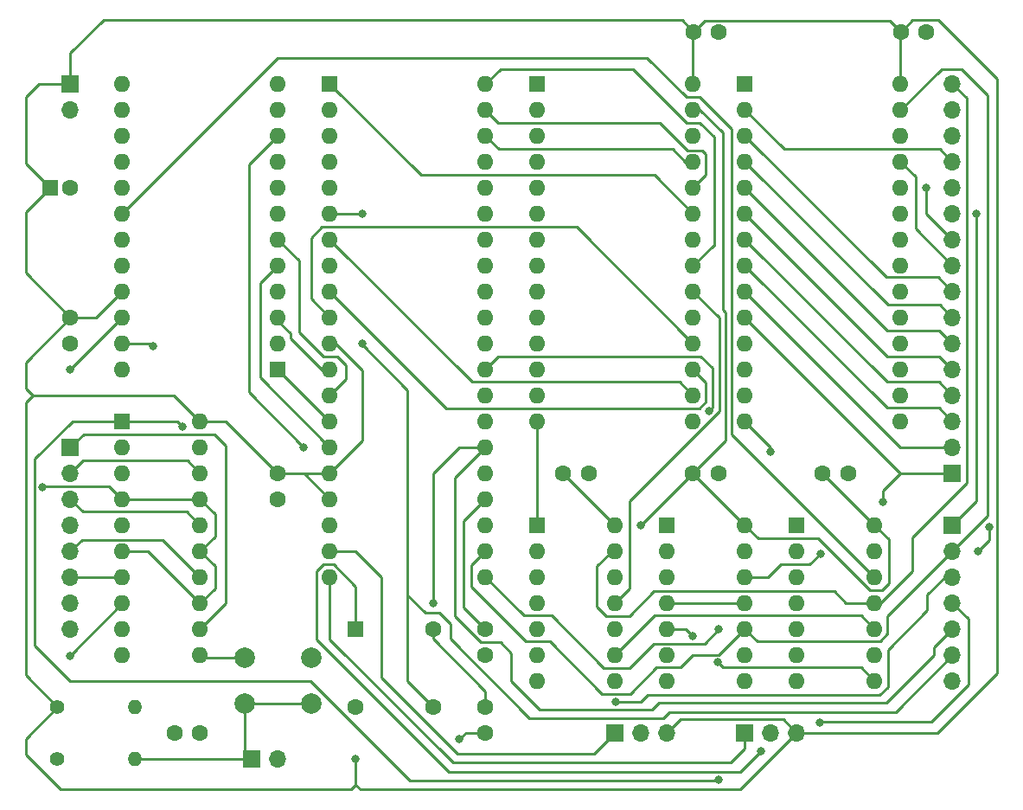
<source format=gbr>
%TF.GenerationSoftware,KiCad,Pcbnew,7.0.10*%
%TF.CreationDate,2024-12-14T08:00:09+00:00*%
%TF.ProjectId,z80_min_sbc_pcb,7a38305f-6d69-46e5-9f73-62635f706362,rev?*%
%TF.SameCoordinates,Original*%
%TF.FileFunction,Copper,L1,Top*%
%TF.FilePolarity,Positive*%
%FSLAX46Y46*%
G04 Gerber Fmt 4.6, Leading zero omitted, Abs format (unit mm)*
G04 Created by KiCad (PCBNEW 7.0.10) date 2024-12-14 08:00:09*
%MOMM*%
%LPD*%
G01*
G04 APERTURE LIST*
%TA.AperFunction,ComponentPad*%
%ADD10C,1.600000*%
%TD*%
%TA.AperFunction,ComponentPad*%
%ADD11C,1.400000*%
%TD*%
%TA.AperFunction,ComponentPad*%
%ADD12O,1.400000X1.400000*%
%TD*%
%TA.AperFunction,ComponentPad*%
%ADD13R,1.700000X1.700000*%
%TD*%
%TA.AperFunction,ComponentPad*%
%ADD14O,1.700000X1.700000*%
%TD*%
%TA.AperFunction,ComponentPad*%
%ADD15R,1.600000X1.600000*%
%TD*%
%TA.AperFunction,ComponentPad*%
%ADD16C,2.000000*%
%TD*%
%TA.AperFunction,ComponentPad*%
%ADD17O,1.600000X1.600000*%
%TD*%
%TA.AperFunction,ViaPad*%
%ADD18C,0.800000*%
%TD*%
%TA.AperFunction,Conductor*%
%ADD19C,0.250000*%
%TD*%
G04 APERTURE END LIST*
D10*
%TO.P,C7,1*%
%TO.N,VCC*%
X172720000Y-99060000D03*
%TO.P,C7,2*%
%TO.N,GND*%
X175220000Y-99060000D03*
%TD*%
D11*
%TO.P,R1,1*%
%TO.N,/~{RESET}*%
X110490000Y-127000000D03*
D12*
%TO.P,R1,2*%
%TO.N,Net-(J5-Pin_1)*%
X118110000Y-127000000D03*
%TD*%
D10*
%TO.P,C10,1*%
%TO.N,VCC*%
X152400000Y-121960000D03*
%TO.P,C10,2*%
%TO.N,GND*%
X152400000Y-124460000D03*
%TD*%
D13*
%TO.P,J4,1,Pin_1*%
%TO.N,VCC*%
X111760000Y-60960000D03*
D14*
%TO.P,J4,2,Pin_2*%
%TO.N,GND*%
X111760000Y-63500000D03*
%TD*%
D15*
%TO.P,U8,1,Tri-State*%
%TO.N,/~{CLKINH}*%
X139700000Y-114300000D03*
D10*
%TO.P,U8,4,GND*%
%TO.N,GND*%
X139700000Y-121920000D03*
%TO.P,U8,5,OUT*%
%TO.N,/~{CLK}*%
X147320000Y-121920000D03*
%TO.P,U8,8,VDD*%
%TO.N,VCC*%
X147320000Y-114300000D03*
%TD*%
D13*
%TO.P,J5,1,Pin_1*%
%TO.N,Net-(J5-Pin_1)*%
X129540000Y-127000000D03*
D14*
%TO.P,J5,2,Pin_2*%
%TO.N,GND*%
X132080000Y-127000000D03*
%TD*%
D13*
%TO.P,J2,1,Pin_1*%
%TO.N,/D0*%
X111760000Y-96520000D03*
D14*
%TO.P,J2,2,Pin_2*%
%TO.N,/D1*%
X111760000Y-99060000D03*
%TO.P,J2,3,Pin_3*%
%TO.N,/D2*%
X111760000Y-101600000D03*
%TO.P,J2,4,Pin_4*%
%TO.N,/D3*%
X111760000Y-104140000D03*
%TO.P,J2,5,Pin_5*%
%TO.N,/D4*%
X111760000Y-106680000D03*
%TO.P,J2,6,Pin_6*%
%TO.N,/D5*%
X111760000Y-109220000D03*
%TO.P,J2,7,Pin_7*%
%TO.N,/D6*%
X111760000Y-111760000D03*
%TO.P,J2,8,Pin_8*%
%TO.N,/D7*%
X111760000Y-114300000D03*
%TD*%
D10*
%TO.P,C5,1*%
%TO.N,VCC*%
X160020000Y-99060000D03*
%TO.P,C5,2*%
%TO.N,GND*%
X162520000Y-99060000D03*
%TD*%
%TO.P,C9,1*%
%TO.N,VCC*%
X193080000Y-55880000D03*
%TO.P,C9,2*%
%TO.N,GND*%
X195580000Y-55880000D03*
%TD*%
D16*
%TO.P,SW1,1,1*%
%TO.N,GND*%
X128830000Y-117130000D03*
X135330000Y-117130000D03*
%TO.P,SW1,2,2*%
%TO.N,Net-(J5-Pin_1)*%
X128830000Y-121630000D03*
X135330000Y-121630000D03*
%TD*%
D15*
%TO.P,U5,1,A11*%
%TO.N,/A11*%
X137160000Y-60960000D03*
D17*
%TO.P,U5,2,A12*%
%TO.N,/A12*%
X137160000Y-63500000D03*
%TO.P,U5,3,A13*%
%TO.N,/A13*%
X137160000Y-66040000D03*
%TO.P,U5,4,A14*%
%TO.N,/A14*%
X137160000Y-68580000D03*
%TO.P,U5,5,A15*%
%TO.N,/A15*%
X137160000Y-71120000D03*
%TO.P,U5,6,~{CLK}*%
%TO.N,/~{CLK}*%
X137160000Y-73660000D03*
%TO.P,U5,7,D4*%
%TO.N,/D4*%
X137160000Y-76200000D03*
%TO.P,U5,8,D3*%
%TO.N,/D3*%
X137160000Y-78740000D03*
%TO.P,U5,9,D5*%
%TO.N,/D5*%
X137160000Y-81280000D03*
%TO.P,U5,10,D6*%
%TO.N,/D6*%
X137160000Y-83820000D03*
%TO.P,U5,11,VCC*%
%TO.N,VCC*%
X137160000Y-86360000D03*
%TO.P,U5,12,D2*%
%TO.N,/D2*%
X137160000Y-88900000D03*
%TO.P,U5,13,D7*%
%TO.N,/D7*%
X137160000Y-91440000D03*
%TO.P,U5,14,D0*%
%TO.N,/D0*%
X137160000Y-93980000D03*
%TO.P,U5,15,D1*%
%TO.N,/D1*%
X137160000Y-96520000D03*
%TO.P,U5,16,~{INT}*%
%TO.N,VCC*%
X137160000Y-99060000D03*
%TO.P,U5,17,~{NMI}*%
X137160000Y-101600000D03*
%TO.P,U5,18,~{HALT}*%
%TO.N,unconnected-(U5-~{HALT}-Pad18)*%
X137160000Y-104140000D03*
%TO.P,U5,19,~{MREQ}*%
%TO.N,/~{MREQ}*%
X137160000Y-106680000D03*
%TO.P,U5,20,~{IORQ}*%
%TO.N,/~{IORQ}*%
X137160000Y-109220000D03*
%TO.P,U5,21,~{RD}*%
%TO.N,/~{RD}*%
X152400000Y-109220000D03*
%TO.P,U5,22,~{WR}*%
%TO.N,/~{WR}*%
X152400000Y-106680000D03*
%TO.P,U5,23,~{BUSACK}*%
%TO.N,unconnected-(U5-~{BUSACK}-Pad23)*%
X152400000Y-104140000D03*
%TO.P,U5,24,~{WAIT}*%
%TO.N,VCC*%
X152400000Y-101600000D03*
%TO.P,U5,25,~{BUSRQ}*%
X152400000Y-99060000D03*
%TO.P,U5,26,~{RESET}*%
%TO.N,/~{RESET}*%
X152400000Y-96520000D03*
%TO.P,U5,27,~{M1}*%
%TO.N,unconnected-(U5-~{M1}-Pad27)*%
X152400000Y-93980000D03*
%TO.P,U5,28,~{RFSH}*%
%TO.N,unconnected-(U5-~{RFSH}-Pad28)*%
X152400000Y-91440000D03*
%TO.P,U5,29,GND*%
%TO.N,GND*%
X152400000Y-88900000D03*
%TO.P,U5,30,A0*%
%TO.N,/A0*%
X152400000Y-86360000D03*
%TO.P,U5,31,A1*%
%TO.N,/A1*%
X152400000Y-83820000D03*
%TO.P,U5,32,A2*%
%TO.N,/A2*%
X152400000Y-81280000D03*
%TO.P,U5,33,A3*%
%TO.N,/A3*%
X152400000Y-78740000D03*
%TO.P,U5,34,A4*%
%TO.N,/A4*%
X152400000Y-76200000D03*
%TO.P,U5,35,A5*%
%TO.N,/A5*%
X152400000Y-73660000D03*
%TO.P,U5,36,A6*%
%TO.N,/A6*%
X152400000Y-71120000D03*
%TO.P,U5,37,A7*%
%TO.N,/A7*%
X152400000Y-68580000D03*
%TO.P,U5,38,A8*%
%TO.N,/A8*%
X152400000Y-66040000D03*
%TO.P,U5,39,A9*%
%TO.N,/A9*%
X152400000Y-63500000D03*
%TO.P,U5,40,A10*%
%TO.N,/A10*%
X152400000Y-60960000D03*
%TD*%
D15*
%TO.P,C3,1*%
%TO.N,VCC*%
X109760000Y-71120000D03*
D10*
%TO.P,C3,2*%
%TO.N,GND*%
X111760000Y-71120000D03*
%TD*%
D15*
%TO.P,U1,1,OEa*%
%TO.N,/~{RD_PORT_0}*%
X116840000Y-93980000D03*
D17*
%TO.P,U1,2,I0a*%
%TO.N,/P0D1*%
X116840000Y-96520000D03*
%TO.P,U1,3,O3b*%
%TO.N,/D3*%
X116840000Y-99060000D03*
%TO.P,U1,4,I1a*%
%TO.N,GND*%
X116840000Y-101600000D03*
%TO.P,U1,5,O2b*%
%TO.N,/D6*%
X116840000Y-104140000D03*
%TO.P,U1,6,I2a*%
%TO.N,GND*%
X116840000Y-106680000D03*
%TO.P,U1,7,O1b*%
%TO.N,/D5*%
X116840000Y-109220000D03*
%TO.P,U1,8,I3a*%
%TO.N,/P0D0*%
X116840000Y-111760000D03*
%TO.P,U1,9,O0b*%
%TO.N,/D7*%
X116840000Y-114300000D03*
%TO.P,U1,10,GND*%
%TO.N,GND*%
X116840000Y-116840000D03*
%TO.P,U1,11,I0b*%
X124460000Y-116840000D03*
%TO.P,U1,12,O3a*%
%TO.N,/D0*%
X124460000Y-114300000D03*
%TO.P,U1,13,I1b*%
%TO.N,GND*%
X124460000Y-111760000D03*
%TO.P,U1,14,O2a*%
%TO.N,/D4*%
X124460000Y-109220000D03*
%TO.P,U1,15,I2b*%
%TO.N,GND*%
X124460000Y-106680000D03*
%TO.P,U1,16,O1a*%
%TO.N,/D2*%
X124460000Y-104140000D03*
%TO.P,U1,17,I3b*%
%TO.N,GND*%
X124460000Y-101600000D03*
%TO.P,U1,18,O0a*%
%TO.N,/D1*%
X124460000Y-99060000D03*
%TO.P,U1,19,OEb*%
%TO.N,/~{RD_PORT_0}*%
X124460000Y-96520000D03*
%TO.P,U1,20,VCC*%
%TO.N,VCC*%
X124460000Y-93980000D03*
%TD*%
D11*
%TO.P,R2,1*%
%TO.N,VCC*%
X110490000Y-121920000D03*
D12*
%TO.P,R2,2*%
%TO.N,/~{RESET}*%
X118110000Y-121920000D03*
%TD*%
D10*
%TO.P,C2,1*%
%TO.N,VCC*%
X152400000Y-114340000D03*
%TO.P,C2,2*%
%TO.N,GND*%
X152400000Y-116840000D03*
%TD*%
D15*
%TO.P,U4,1*%
%TO.N,/A0*%
X170180000Y-104140000D03*
D17*
%TO.P,U4,2*%
%TO.N,Net-(U4-Pad11)*%
X170180000Y-106680000D03*
%TO.P,U4,3*%
%TO.N,/~{RD_PORT_0}*%
X170180000Y-109220000D03*
%TO.P,U4,4*%
%TO.N,Net-(U4-Pad11)*%
X170180000Y-111760000D03*
%TO.P,U4,5*%
%TO.N,Net-(U3-Pad8)*%
X170180000Y-114300000D03*
%TO.P,U4,6*%
%TO.N,/~{RD_PORT_1}*%
X170180000Y-116840000D03*
%TO.P,U4,7,GND*%
%TO.N,GND*%
X170180000Y-119380000D03*
%TO.P,U4,8*%
%TO.N,Net-(U3-Pad13)*%
X177800000Y-119380000D03*
%TO.P,U4,9*%
%TO.N,Net-(JP1-C)*%
X177800000Y-116840000D03*
%TO.P,U4,10*%
%TO.N,/~{WR}*%
X177800000Y-114300000D03*
%TO.P,U4,11*%
%TO.N,Net-(U4-Pad11)*%
X177800000Y-111760000D03*
%TO.P,U4,12*%
%TO.N,/~{RD}*%
X177800000Y-109220000D03*
%TO.P,U4,13*%
%TO.N,Net-(JP1-C)*%
X177800000Y-106680000D03*
%TO.P,U4,14,VCC*%
%TO.N,VCC*%
X177800000Y-104140000D03*
%TD*%
D15*
%TO.P,U6,1,A14*%
%TO.N,/A14*%
X157480000Y-60960000D03*
D17*
%TO.P,U6,2,A12*%
%TO.N,/A12*%
X157480000Y-63500000D03*
%TO.P,U6,3,A7*%
%TO.N,/A7*%
X157480000Y-66040000D03*
%TO.P,U6,4,A6*%
%TO.N,/A6*%
X157480000Y-68580000D03*
%TO.P,U6,5,A5*%
%TO.N,/A5*%
X157480000Y-71120000D03*
%TO.P,U6,6,A4*%
%TO.N,/A4*%
X157480000Y-73660000D03*
%TO.P,U6,7,A3*%
%TO.N,/A3*%
X157480000Y-76200000D03*
%TO.P,U6,8,A2*%
%TO.N,/A2*%
X157480000Y-78740000D03*
%TO.P,U6,9,A1*%
%TO.N,/A1*%
X157480000Y-81280000D03*
%TO.P,U6,10,A0*%
%TO.N,/A0*%
X157480000Y-83820000D03*
%TO.P,U6,11,D0*%
%TO.N,/D0*%
X157480000Y-86360000D03*
%TO.P,U6,12,D1*%
%TO.N,/D1*%
X157480000Y-88900000D03*
%TO.P,U6,13,D2*%
%TO.N,/D2*%
X157480000Y-91440000D03*
%TO.P,U6,14,GND*%
%TO.N,GND*%
X157480000Y-93980000D03*
%TO.P,U6,15,D3*%
%TO.N,/D3*%
X172720000Y-93980000D03*
%TO.P,U6,16,D4*%
%TO.N,/D4*%
X172720000Y-91440000D03*
%TO.P,U6,17,D5*%
%TO.N,/D5*%
X172720000Y-88900000D03*
%TO.P,U6,18,D6*%
%TO.N,/D6*%
X172720000Y-86360000D03*
%TO.P,U6,19,D7*%
%TO.N,/D7*%
X172720000Y-83820000D03*
%TO.P,U6,20,~{CE}*%
%TO.N,/~{ROM_CE}*%
X172720000Y-81280000D03*
%TO.P,U6,21,A10*%
%TO.N,/A10*%
X172720000Y-78740000D03*
%TO.P,U6,22,~{OE}*%
%TO.N,/~{RD}*%
X172720000Y-76200000D03*
%TO.P,U6,23,A11*%
%TO.N,/A11*%
X172720000Y-73660000D03*
%TO.P,U6,24,A9*%
%TO.N,/A9*%
X172720000Y-71120000D03*
%TO.P,U6,25,A8*%
%TO.N,/A8*%
X172720000Y-68580000D03*
%TO.P,U6,26,A13*%
%TO.N,/A13*%
X172720000Y-66040000D03*
%TO.P,U6,27,~{WE}*%
%TO.N,VCC*%
X172720000Y-63500000D03*
%TO.P,U6,28,VCC*%
X172720000Y-60960000D03*
%TD*%
D15*
%TO.P,U3,1*%
%TO.N,GND*%
X182880000Y-104135000D03*
D17*
%TO.P,U3,2*%
%TO.N,unconnected-(U3-Pad2)*%
X182880000Y-106675000D03*
%TO.P,U3,3*%
%TO.N,GND*%
X182880000Y-109215000D03*
%TO.P,U3,4*%
%TO.N,unconnected-(U3-Pad4)*%
X182880000Y-111755000D03*
%TO.P,U3,5*%
%TO.N,GND*%
X182880000Y-114295000D03*
%TO.P,U3,6*%
%TO.N,unconnected-(U3-Pad6)*%
X182880000Y-116835000D03*
%TO.P,U3,7,GND*%
%TO.N,GND*%
X182880000Y-119375000D03*
%TO.P,U3,8*%
%TO.N,Net-(U3-Pad8)*%
X190500000Y-119375000D03*
%TO.P,U3,9*%
%TO.N,/A0*%
X190500000Y-116835000D03*
%TO.P,U3,10*%
%TO.N,/~{A15}*%
X190500000Y-114295000D03*
%TO.P,U3,11*%
%TO.N,/A15*%
X190500000Y-111755000D03*
%TO.P,U3,12*%
%TO.N,/WR_PORT_1*%
X190500000Y-109215000D03*
%TO.P,U3,13*%
%TO.N,Net-(U3-Pad13)*%
X190500000Y-106675000D03*
%TO.P,U3,14,VCC*%
%TO.N,VCC*%
X190500000Y-104135000D03*
%TD*%
D15*
%TO.P,U9,1,A14*%
%TO.N,/A14*%
X177800000Y-60960000D03*
D17*
%TO.P,U9,2,A12*%
%TO.N,/A12*%
X177800000Y-63500000D03*
%TO.P,U9,3,A7*%
%TO.N,/A7*%
X177800000Y-66040000D03*
%TO.P,U9,4,A6*%
%TO.N,/A6*%
X177800000Y-68580000D03*
%TO.P,U9,5,A5*%
%TO.N,/A5*%
X177800000Y-71120000D03*
%TO.P,U9,6,A4*%
%TO.N,/A4*%
X177800000Y-73660000D03*
%TO.P,U9,7,A3*%
%TO.N,/A3*%
X177800000Y-76200000D03*
%TO.P,U9,8,A2*%
%TO.N,/A2*%
X177800000Y-78740000D03*
%TO.P,U9,9,A1*%
%TO.N,/A1*%
X177800000Y-81280000D03*
%TO.P,U9,10,A0*%
%TO.N,/A0*%
X177800000Y-83820000D03*
%TO.P,U9,11,D0*%
%TO.N,/D0*%
X177800000Y-86360000D03*
%TO.P,U9,12,D1*%
%TO.N,/D1*%
X177800000Y-88900000D03*
%TO.P,U9,13,D2*%
%TO.N,/D2*%
X177800000Y-91440000D03*
%TO.P,U9,14,VSS*%
%TO.N,GND*%
X177800000Y-93980000D03*
%TO.P,U9,15,D3*%
%TO.N,/D3*%
X193040000Y-93980000D03*
%TO.P,U9,16,D4*%
%TO.N,/D4*%
X193040000Y-91440000D03*
%TO.P,U9,17,D5*%
%TO.N,/D5*%
X193040000Y-88900000D03*
%TO.P,U9,18,D6*%
%TO.N,/D6*%
X193040000Y-86360000D03*
%TO.P,U9,19,D7*%
%TO.N,/D7*%
X193040000Y-83820000D03*
%TO.P,U9,20,~{CE}*%
%TO.N,/~{RAM_CE}*%
X193040000Y-81280000D03*
%TO.P,U9,21,A10*%
%TO.N,/A10*%
X193040000Y-78740000D03*
%TO.P,U9,22,~{OE}*%
%TO.N,/~{RD}*%
X193040000Y-76200000D03*
%TO.P,U9,23,A11*%
%TO.N,/A11*%
X193040000Y-73660000D03*
%TO.P,U9,24,A9*%
%TO.N,/A9*%
X193040000Y-71120000D03*
%TO.P,U9,25,A8*%
%TO.N,/A8*%
X193040000Y-68580000D03*
%TO.P,U9,26,A13*%
%TO.N,/A13*%
X193040000Y-66040000D03*
%TO.P,U9,27,~{WE}*%
%TO.N,/~{WR}*%
X193040000Y-63500000D03*
%TO.P,U9,28,VCC*%
%TO.N,VCC*%
X193040000Y-60960000D03*
%TD*%
D10*
%TO.P,C6,1*%
%TO.N,VCC*%
X185420000Y-99060000D03*
%TO.P,C6,2*%
%TO.N,GND*%
X187920000Y-99060000D03*
%TD*%
D13*
%TO.P,J1,1,Pin_1*%
%TO.N,/A0*%
X198120000Y-99060000D03*
D14*
%TO.P,J1,2,Pin_2*%
%TO.N,/A1*%
X198120000Y-96520000D03*
%TO.P,J1,3,Pin_3*%
%TO.N,/A2*%
X198120000Y-93980000D03*
%TO.P,J1,4,Pin_4*%
%TO.N,/A3*%
X198120000Y-91440000D03*
%TO.P,J1,5,Pin_5*%
%TO.N,/A4*%
X198120000Y-88900000D03*
%TO.P,J1,6,Pin_6*%
%TO.N,/A5*%
X198120000Y-86360000D03*
%TO.P,J1,7,Pin_7*%
%TO.N,/A6*%
X198120000Y-83820000D03*
%TO.P,J1,8,Pin_8*%
%TO.N,/A7*%
X198120000Y-81280000D03*
%TO.P,J1,9,Pin_9*%
%TO.N,/A8*%
X198120000Y-78740000D03*
%TO.P,J1,10,Pin_10*%
%TO.N,/A9*%
X198120000Y-76200000D03*
%TO.P,J1,11,Pin_11*%
%TO.N,/A10*%
X198120000Y-73660000D03*
%TO.P,J1,12,Pin_12*%
%TO.N,/A11*%
X198120000Y-71120000D03*
%TO.P,J1,13,Pin_13*%
%TO.N,/A12*%
X198120000Y-68580000D03*
%TO.P,J1,14,Pin_14*%
%TO.N,/A13*%
X198120000Y-66040000D03*
%TO.P,J1,15,Pin_15*%
%TO.N,/A14*%
X198120000Y-63500000D03*
%TO.P,J1,16,Pin_16*%
%TO.N,/A15*%
X198120000Y-60960000D03*
%TD*%
D15*
%TO.P,U2,1*%
%TO.N,GND*%
X157480000Y-104140000D03*
D17*
%TO.P,U2,2*%
X157480000Y-106680000D03*
%TO.P,U2,3*%
%TO.N,unconnected-(U2-Pad3)*%
X157480000Y-109220000D03*
%TO.P,U2,4*%
%TO.N,GND*%
X157480000Y-111760000D03*
%TO.P,U2,5*%
X157480000Y-114300000D03*
%TO.P,U2,6*%
%TO.N,unconnected-(U2-Pad6)*%
X157480000Y-116840000D03*
%TO.P,U2,7,GND*%
%TO.N,GND*%
X157480000Y-119380000D03*
%TO.P,U2,8*%
%TO.N,/~{RAM_CE}*%
X165100000Y-119380000D03*
%TO.P,U2,9*%
%TO.N,/~{A15}*%
X165100000Y-116840000D03*
%TO.P,U2,10*%
%TO.N,Net-(JP2-C)*%
X165100000Y-114300000D03*
%TO.P,U2,11*%
%TO.N,/~{ROM_CE}*%
X165100000Y-111760000D03*
%TO.P,U2,12*%
%TO.N,Net-(JP2-C)*%
X165100000Y-109220000D03*
%TO.P,U2,13*%
%TO.N,/A15*%
X165100000Y-106680000D03*
%TO.P,U2,14,VCC*%
%TO.N,VCC*%
X165100000Y-104140000D03*
%TD*%
D15*
%TO.P,U7,1,D0*%
%TO.N,/D0*%
X132080000Y-88900000D03*
D17*
%TO.P,U7,2,D4*%
%TO.N,/D4*%
X132080000Y-86360000D03*
%TO.P,U7,3,D2*%
%TO.N,/D2*%
X132080000Y-83820000D03*
%TO.P,U7,4,VIO*%
%TO.N,unconnected-(U7-VIO-Pad4)*%
X132080000Y-81280000D03*
%TO.P,U7,5,D1*%
%TO.N,/D1*%
X132080000Y-78740000D03*
%TO.P,U7,6,D7*%
%TO.N,/D7*%
X132080000Y-76200000D03*
%TO.P,U7,7,GND*%
%TO.N,unconnected-(U7-GND-Pad7)*%
X132080000Y-73660000D03*
%TO.P,U7,8,D5*%
%TO.N,/D5*%
X132080000Y-71120000D03*
%TO.P,U7,9,D6*%
%TO.N,/D6*%
X132080000Y-68580000D03*
%TO.P,U7,10,D3*%
%TO.N,/D3*%
X132080000Y-66040000D03*
%TO.P,U7,11,PWE*%
%TO.N,unconnected-(U7-PWE-Pad11)*%
X132080000Y-63500000D03*
%TO.P,U7,12,~{RD}*%
%TO.N,/~{RD_PORT_1}*%
X132080000Y-60960000D03*
%TO.P,U7,13,SLD*%
%TO.N,unconnected-(U7-SLD-Pad13)*%
X116840000Y-60960000D03*
%TO.P,U7,14,USB*%
%TO.N,unconnected-(U7-USB-Pad14)*%
X116840000Y-63500000D03*
%TO.P,U7,15,VCC*%
%TO.N,unconnected-(U7-VCC-Pad15)*%
X116840000Y-66040000D03*
%TO.P,U7,16,PU2*%
%TO.N,unconnected-(U7-PU2-Pad16)*%
X116840000Y-68580000D03*
%TO.P,U7,17,PU1*%
%TO.N,unconnected-(U7-PU1-Pad17)*%
X116840000Y-71120000D03*
%TO.P,U7,18,WR*%
%TO.N,/WR_PORT_1*%
X116840000Y-73660000D03*
%TO.P,U7,19,3V3*%
%TO.N,unconnected-(U7-3V3-Pad19)*%
X116840000Y-76200000D03*
%TO.P,U7,20,~{RESET}*%
%TO.N,unconnected-(U7-~{RESET}-Pad20)*%
X116840000Y-78740000D03*
%TO.P,U7,21,VCC*%
%TO.N,VCC*%
X116840000Y-81280000D03*
%TO.P,U7,22,~{TXE}*%
%TO.N,/P0D0*%
X116840000Y-83820000D03*
%TO.P,U7,23,~{RXF}*%
%TO.N,/P0D1*%
X116840000Y-86360000D03*
%TO.P,U7,24,GND*%
%TO.N,GND*%
X116840000Y-88900000D03*
%TD*%
D13*
%TO.P,JP2,1,A*%
%TO.N,/~{MREQ}*%
X165100000Y-124460000D03*
D14*
%TO.P,JP2,2,C*%
%TO.N,Net-(JP2-C)*%
X167640000Y-124460000D03*
%TO.P,JP2,3,B*%
%TO.N,VCC*%
X170180000Y-124460000D03*
%TD*%
D10*
%TO.P,C11,1*%
%TO.N,VCC*%
X111760000Y-83860000D03*
%TO.P,C11,2*%
%TO.N,GND*%
X111760000Y-86360000D03*
%TD*%
%TO.P,C4,1*%
%TO.N,VCC*%
X132080000Y-99100000D03*
%TO.P,C4,2*%
%TO.N,GND*%
X132080000Y-101600000D03*
%TD*%
%TO.P,C1,1*%
%TO.N,/~{RESET}*%
X121960000Y-124460000D03*
%TO.P,C1,2*%
%TO.N,GND*%
X124460000Y-124460000D03*
%TD*%
%TO.P,C8,1*%
%TO.N,VCC*%
X172760000Y-55880000D03*
%TO.P,C8,2*%
%TO.N,GND*%
X175260000Y-55880000D03*
%TD*%
D13*
%TO.P,JP1,1,A*%
%TO.N,/~{IORQ}*%
X177800000Y-124460000D03*
D14*
%TO.P,JP1,2,C*%
%TO.N,Net-(JP1-C)*%
X180340000Y-124460000D03*
%TO.P,JP1,3,B*%
%TO.N,VCC*%
X182880000Y-124460000D03*
%TD*%
D13*
%TO.P,J3,1,Pin_1*%
%TO.N,/~{RD}*%
X198120000Y-104140000D03*
D14*
%TO.P,J3,2,Pin_2*%
%TO.N,/~{WR}*%
X198120000Y-106680000D03*
%TO.P,J3,3,Pin_3*%
%TO.N,/~{MREQ}*%
X198120000Y-109220000D03*
%TO.P,J3,4,Pin_4*%
%TO.N,/~{IORQ}*%
X198120000Y-111760000D03*
%TO.P,J3,5,Pin_5*%
%TO.N,/~{RESET}*%
X198120000Y-114300000D03*
%TO.P,J3,6,Pin_6*%
%TO.N,/~{CLK}*%
X198120000Y-116840000D03*
%TO.P,J3,7,Pin_7*%
%TO.N,/~{CLKINH}*%
X198120000Y-119380000D03*
%TD*%
D18*
%TO.N,/~{RESET}*%
X147320000Y-111760000D03*
%TO.N,GND*%
X180340000Y-96950000D03*
X149860000Y-125060000D03*
X201712451Y-104357146D03*
X109005000Y-100420000D03*
X174272842Y-92992843D03*
X200660000Y-106680000D03*
%TO.N,VCC*%
X167640000Y-104140000D03*
X139700000Y-127000000D03*
%TO.N,/~{RD_PORT_0}*%
X175250000Y-129090000D03*
X122760000Y-94515000D03*
%TO.N,/P0D0*%
X111760000Y-88900000D03*
X111686497Y-116913503D03*
%TO.N,/P0D1*%
X119840000Y-86590000D03*
%TO.N,/D3*%
X134620000Y-96520000D03*
%TO.N,/~{MREQ}*%
X165150000Y-121460000D03*
%TO.N,Net-(U3-Pad8)*%
X175163479Y-117565000D03*
X172720000Y-114990000D03*
%TO.N,/A0*%
X191290000Y-101890000D03*
%TO.N,/~{IORQ}*%
X185130000Y-123420000D03*
%TO.N,/~{RD}*%
X175260000Y-114300000D03*
X185180000Y-106920000D03*
X200480000Y-73670000D03*
%TO.N,/~{CLK}*%
X140320000Y-73670000D03*
X140320000Y-86370000D03*
%TO.N,/A9*%
X195580000Y-71120000D03*
%TO.N,/~{CLKINH}*%
X179380000Y-126240000D03*
%TD*%
D19*
%TO.N,/~{CLK}*%
X140320000Y-73670000D02*
X139710000Y-73670000D01*
X139710000Y-73670000D02*
X139700000Y-73660000D01*
X144780000Y-109220000D02*
X144780000Y-90910000D01*
X144780000Y-90910000D02*
X140230000Y-86360000D01*
%TO.N,/~{RD_PORT_0}*%
X122225000Y-93980000D02*
X116840000Y-93980000D01*
X122760000Y-94515000D02*
X122225000Y-93980000D01*
%TO.N,/P0D1*%
X119610000Y-86360000D02*
X116840000Y-86360000D01*
X119840000Y-86590000D02*
X119610000Y-86360000D01*
%TO.N,/~{IORQ}*%
X185130000Y-123420000D02*
X185180000Y-123370000D01*
X185180000Y-123370000D02*
X196070000Y-123370000D01*
X196070000Y-123370000D02*
X199690000Y-119750000D01*
X199690000Y-119750000D02*
X199690000Y-113330000D01*
X199690000Y-113330000D02*
X198120000Y-111760000D01*
%TO.N,Net-(U3-Pad8)*%
X175163479Y-117565000D02*
X175658479Y-118060000D01*
X175658479Y-118060000D02*
X189185000Y-118060000D01*
X189185000Y-118060000D02*
X190500000Y-119375000D01*
X172030000Y-114300000D02*
X170180000Y-114300000D01*
X172720000Y-114990000D02*
X172030000Y-114300000D01*
%TO.N,/A0*%
X193040000Y-99060000D02*
X191290000Y-100810000D01*
X191290000Y-100810000D02*
X191290000Y-101890000D01*
%TO.N,GND*%
X180340000Y-96950000D02*
X180340000Y-96520000D01*
X180340000Y-96520000D02*
X177800000Y-93980000D01*
X109005000Y-100420000D02*
X109105000Y-100320000D01*
X109105000Y-100320000D02*
X115560000Y-100320000D01*
X115560000Y-100320000D02*
X116840000Y-101600000D01*
%TO.N,/~{RESET}*%
X191640000Y-121550000D02*
X169390000Y-121550000D01*
X149410000Y-99510000D02*
X152400000Y-96520000D01*
X196330000Y-116090000D02*
X196330000Y-116860000D01*
X147320000Y-99060000D02*
X149860000Y-96520000D01*
X151960000Y-115620000D02*
X149410000Y-113070000D01*
X168740000Y-122200000D02*
X157700000Y-122200000D01*
X169390000Y-121550000D02*
X168740000Y-122200000D01*
X157700000Y-122200000D02*
X154940000Y-119440000D01*
X149860000Y-96520000D02*
X152400000Y-96520000D01*
X196330000Y-116860000D02*
X191640000Y-121550000D01*
X149410000Y-113070000D02*
X149410000Y-99510000D01*
X198120000Y-114300000D02*
X196330000Y-116090000D01*
X154940000Y-119440000D02*
X154940000Y-116710000D01*
X147320000Y-99060000D02*
X147320000Y-111760000D01*
X154940000Y-116710000D02*
X153850000Y-115620000D01*
X198120000Y-114300000D02*
X198120000Y-114450000D01*
X153850000Y-115620000D02*
X151960000Y-115620000D01*
%TO.N,GND*%
X174590000Y-92675685D02*
X174272842Y-92992843D01*
X173430000Y-87630000D02*
X174590000Y-88790000D01*
X116840000Y-101600000D02*
X124460000Y-101600000D01*
X125920000Y-108140000D02*
X125920000Y-110300000D01*
X174590000Y-88790000D02*
X174590000Y-92675685D01*
X125920000Y-110300000D02*
X124460000Y-111760000D01*
X152400000Y-88900000D02*
X153670000Y-87630000D01*
X124750000Y-117130000D02*
X124460000Y-116840000D01*
X150460000Y-124460000D02*
X149860000Y-125060000D01*
X157480000Y-93980000D02*
X157480000Y-104140000D01*
X124460000Y-106680000D02*
X125920000Y-108140000D01*
X125900000Y-105240000D02*
X124460000Y-106680000D01*
X116840000Y-106680000D02*
X119380000Y-106680000D01*
X128830000Y-117130000D02*
X124750000Y-117130000D01*
X125900000Y-103040000D02*
X125900000Y-105240000D01*
X124460000Y-101600000D02*
X125900000Y-103040000D01*
X201712451Y-105627549D02*
X200660000Y-106680000D01*
X152400000Y-124460000D02*
X150460000Y-124460000D01*
X201712451Y-104357146D02*
X201712451Y-105627549D01*
X153670000Y-87630000D02*
X173430000Y-87630000D01*
X119380000Y-106680000D02*
X124460000Y-111760000D01*
%TO.N,VCC*%
X107370000Y-92165000D02*
X108045000Y-91490000D01*
X190495000Y-104135000D02*
X190500000Y-104135000D01*
X191180000Y-110490000D02*
X190010000Y-110490000D01*
X111760000Y-60960000D02*
X111760000Y-57970000D01*
X139700000Y-127000000D02*
X139700000Y-129540000D01*
X140370000Y-89000000D02*
X140370000Y-95850000D01*
X137120000Y-99100000D02*
X134660000Y-99100000D01*
X184960000Y-105440000D02*
X179100000Y-105440000D01*
X111760000Y-83860000D02*
X107370000Y-79470000D01*
X172760000Y-55880000D02*
X173885000Y-54755000D01*
X171630000Y-54750000D02*
X172760000Y-55880000D01*
X107370000Y-125040000D02*
X110490000Y-121920000D01*
X172720000Y-60960000D02*
X172720000Y-55920000D01*
X111760000Y-60960000D02*
X108700000Y-60960000D01*
X107370000Y-73510000D02*
X109760000Y-71120000D01*
X140160000Y-130000000D02*
X139700000Y-129540000D01*
X181580000Y-123160000D02*
X182880000Y-124460000D01*
X124460000Y-93980000D02*
X121920000Y-91440000D01*
X108095000Y-91440000D02*
X108045000Y-91490000D01*
X108700000Y-60960000D02*
X107370000Y-62290000D01*
X191880000Y-109790000D02*
X191180000Y-110490000D01*
X111760000Y-83860000D02*
X114260000Y-83860000D01*
X202500000Y-60500000D02*
X196750000Y-54750000D01*
X177340000Y-130000000D02*
X140160000Y-130000000D01*
X137730000Y-86360000D02*
X140370000Y-89000000D01*
X139240000Y-130000000D02*
X110750000Y-130000000D01*
X121920000Y-91440000D02*
X108095000Y-91440000D01*
X132080000Y-99100000D02*
X134660000Y-99100000D01*
X182880000Y-124460000D02*
X177340000Y-130000000D01*
X114260000Y-83860000D02*
X116840000Y-81280000D01*
X107370000Y-90815000D02*
X107370000Y-88250000D01*
X191880000Y-105515000D02*
X191880000Y-109790000D01*
X107370000Y-62290000D02*
X107370000Y-68730000D01*
X107370000Y-68730000D02*
X109760000Y-71120000D01*
X182880000Y-124460000D02*
X196680000Y-124460000D01*
X175663332Y-83060000D02*
X175663332Y-66060000D01*
X171480000Y-123160000D02*
X181580000Y-123160000D01*
X147300000Y-114300000D02*
X147300000Y-115280000D01*
X179100000Y-105440000D02*
X177800000Y-104140000D01*
X124460000Y-93980000D02*
X126960000Y-93980000D01*
X175650000Y-66060000D02*
X175650000Y-65760000D01*
X193040000Y-60960000D02*
X193040000Y-55920000D01*
X108045000Y-91490000D02*
X107370000Y-90815000D01*
X196680000Y-124460000D02*
X202500000Y-118640000D01*
X185420000Y-99060000D02*
X190495000Y-104135000D01*
X160020000Y-99060000D02*
X165100000Y-104140000D01*
X107370000Y-88250000D02*
X111760000Y-83860000D01*
X152400000Y-114320000D02*
X152400000Y-114340000D01*
X196750000Y-54750000D02*
X194210000Y-54750000D01*
X152400000Y-101600000D02*
X150260000Y-103740000D01*
X172720000Y-55920000D02*
X172760000Y-55880000D01*
X175650000Y-65760000D02*
X173390000Y-63500000D01*
X172720000Y-99060000D02*
X177800000Y-104140000D01*
X152400000Y-120380000D02*
X152400000Y-121960000D01*
X114980000Y-54750000D02*
X171630000Y-54750000D01*
X110490000Y-121920000D02*
X107370000Y-118800000D01*
X191955000Y-54755000D02*
X193080000Y-55880000D01*
X172720000Y-99060000D02*
X175930000Y-95850000D01*
X139700000Y-129540000D02*
X139240000Y-130000000D01*
X150260000Y-112180000D02*
X152400000Y-114320000D01*
X173885000Y-54755000D02*
X191955000Y-54755000D01*
X175930000Y-83340000D02*
X175650000Y-83060000D01*
X111760000Y-57970000D02*
X114980000Y-54750000D01*
X107370000Y-79470000D02*
X107370000Y-73510000D01*
X140370000Y-95850000D02*
X137160000Y-99060000D01*
X202500000Y-118640000D02*
X202500000Y-60500000D01*
X137160000Y-86360000D02*
X137730000Y-86360000D01*
X173390000Y-63500000D02*
X172720000Y-63500000D01*
X107370000Y-118800000D02*
X107370000Y-92165000D01*
X172720000Y-99060000D02*
X167640000Y-104140000D01*
X193040000Y-55920000D02*
X193080000Y-55880000D01*
X194210000Y-54750000D02*
X193080000Y-55880000D01*
X126960000Y-93980000D02*
X132080000Y-99100000D01*
X150260000Y-103740000D02*
X150260000Y-112180000D01*
X190500000Y-104135000D02*
X191880000Y-105515000D01*
X137160000Y-99060000D02*
X137120000Y-99100000D01*
X175930000Y-95850000D02*
X175930000Y-83340000D01*
X190010000Y-110490000D02*
X184960000Y-105440000D01*
X134660000Y-99100000D02*
X137160000Y-101600000D01*
X170180000Y-124460000D02*
X171480000Y-123160000D01*
X107370000Y-126620000D02*
X107370000Y-125040000D01*
X147300000Y-115280000D02*
X152400000Y-120380000D01*
X110750000Y-130000000D02*
X107370000Y-126620000D01*
%TO.N,Net-(J5-Pin_1)*%
X128830000Y-126290000D02*
X129540000Y-127000000D01*
X128830000Y-121630000D02*
X128830000Y-126290000D01*
X129540000Y-127000000D02*
X118110000Y-127000000D01*
X135330000Y-121630000D02*
X128830000Y-121630000D01*
%TO.N,/~{RD_PORT_0}*%
X108280000Y-115900000D02*
X108280000Y-97650000D01*
X175250000Y-129090000D02*
X175160000Y-129000000D01*
X111950000Y-93980000D02*
X116840000Y-93980000D01*
X144965000Y-129125000D02*
X135220000Y-119380000D01*
X135220000Y-119380000D02*
X111760000Y-119380000D01*
X175160000Y-129125000D02*
X144965000Y-129125000D01*
X111760000Y-119380000D02*
X108280000Y-115900000D01*
X108280000Y-97650000D02*
X111950000Y-93980000D01*
%TO.N,/P0D0*%
X111686497Y-116913503D02*
X116840000Y-111760000D01*
X116840000Y-83820000D02*
X111760000Y-88900000D01*
%TO.N,/D7*%
X137880000Y-87620000D02*
X138740000Y-88480000D01*
X138740000Y-89860000D02*
X137160000Y-91440000D01*
X136490000Y-87620000D02*
X137880000Y-87620000D01*
X138740000Y-88480000D02*
X138740000Y-89860000D01*
X134170000Y-85300000D02*
X136490000Y-87620000D01*
X132080000Y-76200000D02*
X134170000Y-78290000D01*
X134170000Y-78290000D02*
X134170000Y-85300000D01*
%TO.N,/D6*%
X136390000Y-74990000D02*
X135310000Y-76070000D01*
X172720000Y-86360000D02*
X161350000Y-74990000D01*
X135310000Y-76070000D02*
X135310000Y-81970000D01*
X135310000Y-81970000D02*
X137160000Y-83820000D01*
X161350000Y-74990000D02*
X136390000Y-74990000D01*
%TO.N,/D5*%
X173970000Y-90150000D02*
X173970000Y-92060000D01*
X111760000Y-109220000D02*
X116840000Y-109220000D01*
X173970000Y-92060000D02*
X173330000Y-92700000D01*
X173330000Y-92700000D02*
X148580000Y-92700000D01*
X148580000Y-92700000D02*
X137160000Y-81280000D01*
X172720000Y-88900000D02*
X173970000Y-90150000D01*
%TO.N,/D4*%
X120795000Y-105555000D02*
X124460000Y-109220000D01*
X111760000Y-106680000D02*
X112885000Y-105555000D01*
X151090000Y-90130000D02*
X137160000Y-76200000D01*
X172720000Y-91440000D02*
X171410000Y-90130000D01*
X112885000Y-105555000D02*
X120795000Y-105555000D01*
X171410000Y-90130000D02*
X151090000Y-90130000D01*
%TO.N,/D3*%
X134620000Y-96520000D02*
X129260000Y-91160000D01*
X129260000Y-91160000D02*
X129260000Y-68860000D01*
X129260000Y-68860000D02*
X132080000Y-66040000D01*
%TO.N,/D2*%
X132080000Y-83820000D02*
X132080000Y-84170000D01*
X133290000Y-85380000D02*
X133290000Y-85830000D01*
X133290000Y-85830000D02*
X136360000Y-88900000D01*
X132080000Y-84170000D02*
X133290000Y-85380000D01*
X123160000Y-102840000D02*
X124460000Y-104140000D01*
X136360000Y-88900000D02*
X137160000Y-88900000D01*
X113000000Y-102840000D02*
X123160000Y-102840000D01*
X111760000Y-101600000D02*
X113000000Y-102840000D01*
%TO.N,/D1*%
X123200000Y-97800000D02*
X124460000Y-99060000D01*
X130340000Y-89700000D02*
X137160000Y-96520000D01*
X130340000Y-80480000D02*
X130340000Y-89700000D01*
X132080000Y-78740000D02*
X130340000Y-80480000D01*
X113020000Y-97800000D02*
X123200000Y-97800000D01*
X111760000Y-99060000D02*
X113020000Y-97800000D01*
%TO.N,/D0*%
X125860000Y-95240000D02*
X127000000Y-96380000D01*
X113040000Y-95240000D02*
X125860000Y-95240000D01*
X132080000Y-88900000D02*
X137160000Y-93980000D01*
X127000000Y-96380000D02*
X127000000Y-111760000D01*
X127000000Y-111760000D02*
X124460000Y-114300000D01*
X111760000Y-96520000D02*
X113040000Y-95240000D01*
%TO.N,/~{A15}*%
X168940000Y-113000000D02*
X189205000Y-113000000D01*
X189205000Y-113000000D02*
X190500000Y-114295000D01*
X165100000Y-116840000D02*
X168940000Y-113000000D01*
%TO.N,/~{MREQ}*%
X167610000Y-121410000D02*
X168275000Y-120745000D01*
X163060000Y-126500000D02*
X149670000Y-126500000D01*
X165150000Y-121460000D02*
X165200000Y-121410000D01*
X195660000Y-110970000D02*
X197410000Y-109220000D01*
X168275000Y-120745000D02*
X190985000Y-120745000D01*
X142240000Y-119070000D02*
X142240000Y-109220000D01*
X142240000Y-109220000D02*
X139700000Y-106680000D01*
X190985000Y-120745000D02*
X191777793Y-119952207D01*
X149670000Y-126500000D02*
X142240000Y-119070000D01*
X191777793Y-119952207D02*
X191777793Y-116372207D01*
X165200000Y-121410000D02*
X167610000Y-121410000D01*
X197410000Y-109220000D02*
X198120000Y-109220000D01*
X195660000Y-112490000D02*
X195660000Y-110970000D01*
X139700000Y-106680000D02*
X137160000Y-106680000D01*
X191777793Y-116372207D02*
X195660000Y-112490000D01*
X165100000Y-124460000D02*
X163060000Y-126500000D01*
%TO.N,/~{ROM_CE}*%
X175290000Y-93000991D02*
X175290000Y-83850000D01*
X166480000Y-110380000D02*
X166480000Y-101810991D01*
X166480000Y-101810991D02*
X175290000Y-93000991D01*
X175290000Y-83850000D02*
X172720000Y-81280000D01*
X165100000Y-111760000D02*
X166480000Y-110380000D01*
%TO.N,/A15*%
X164220000Y-113060000D02*
X166460000Y-113060000D01*
X168890000Y-110630000D02*
X186580000Y-110630000D01*
X199500000Y-100030000D02*
X199500000Y-62340000D01*
X187705000Y-111755000D02*
X190500000Y-111755000D01*
X194210000Y-108610000D02*
X194210000Y-105320000D01*
X165100000Y-106680000D02*
X164790000Y-106680000D01*
X163310000Y-108160000D02*
X163310000Y-112150000D01*
X199500000Y-62340000D02*
X198120000Y-60960000D01*
X164790000Y-106680000D02*
X163310000Y-108160000D01*
X166460000Y-113060000D02*
X168890000Y-110630000D01*
X163310000Y-112150000D02*
X164220000Y-113060000D01*
X194210000Y-105320000D02*
X199500000Y-100030000D01*
X190500000Y-111755000D02*
X191065000Y-111755000D01*
X191065000Y-111755000D02*
X194210000Y-108610000D01*
X186580000Y-110630000D02*
X187705000Y-111755000D01*
%TO.N,/A0*%
X198120000Y-99060000D02*
X193040000Y-99060000D01*
X193040000Y-99060000D02*
X177800000Y-83820000D01*
%TO.N,/WR_PORT_1*%
X116840000Y-73660000D02*
X132080000Y-58420000D01*
X132080000Y-58420000D02*
X168230000Y-58420000D01*
X173350991Y-62250000D02*
X176520000Y-65419009D01*
X168230000Y-58420000D02*
X172060000Y-62250000D01*
X172060000Y-62250000D02*
X173350991Y-62250000D01*
X176520000Y-95235000D02*
X190500000Y-109215000D01*
X176520000Y-65419009D02*
X176520000Y-95235000D01*
%TO.N,Net-(U4-Pad11)*%
X170180000Y-111760000D02*
X177800000Y-111760000D01*
%TO.N,/~{IORQ}*%
X176415000Y-127375000D02*
X177800000Y-125990000D01*
X149225000Y-127375000D02*
X176415000Y-127375000D01*
X137160000Y-109220000D02*
X137160000Y-115310000D01*
X177800000Y-125990000D02*
X177800000Y-124460000D01*
X137160000Y-115310000D02*
X149225000Y-127375000D01*
%TO.N,/~{WR}*%
X151000000Y-108080000D02*
X151000000Y-110130000D01*
X158680000Y-115500000D02*
X163810000Y-120630000D01*
X163810000Y-120630000D02*
X166560000Y-120630000D01*
X177800000Y-114300000D02*
X179010000Y-115510000D01*
X179010000Y-115510000D02*
X191010000Y-115510000D01*
X201540000Y-103260000D02*
X198120000Y-106680000D01*
X198970000Y-59500000D02*
X201540000Y-62070000D01*
X201540000Y-62070000D02*
X201540000Y-103260000D01*
X169120000Y-118070000D02*
X171490000Y-118070000D01*
X166560000Y-120630000D02*
X169120000Y-118070000D01*
X171490000Y-118070000D02*
X172720000Y-116840000D01*
X152400000Y-106680000D02*
X151000000Y-108080000D01*
X156370000Y-115500000D02*
X158680000Y-115500000D01*
X172720000Y-116840000D02*
X175260000Y-116840000D01*
X197040000Y-59500000D02*
X198970000Y-59500000D01*
X151000000Y-110130000D02*
X156370000Y-115500000D01*
X191010000Y-115510000D02*
X191770000Y-114750000D01*
X175260000Y-116840000D02*
X177800000Y-114300000D01*
X191770000Y-113030000D02*
X198120000Y-106680000D01*
X193040000Y-63500000D02*
X197040000Y-59500000D01*
X191770000Y-114750000D02*
X191770000Y-113030000D01*
%TO.N,/~{RD}*%
X168905000Y-115715000D02*
X166530000Y-118090000D01*
X180040000Y-109220000D02*
X177800000Y-109220000D01*
X173845000Y-115715000D02*
X168905000Y-115715000D01*
X184150000Y-107950000D02*
X181310000Y-107950000D01*
X166530000Y-118090000D02*
X163980000Y-118090000D01*
X181310000Y-107950000D02*
X180040000Y-109220000D01*
X156180000Y-113000000D02*
X152400000Y-109220000D01*
X175260000Y-114300000D02*
X173845000Y-115715000D01*
X185180000Y-106920000D02*
X184150000Y-107950000D01*
X200480000Y-101780000D02*
X198120000Y-104140000D01*
X163980000Y-118090000D02*
X158890000Y-113000000D01*
X158890000Y-113000000D02*
X156180000Y-113000000D01*
X200480000Y-73670000D02*
X200480000Y-101780000D01*
%TO.N,/A11*%
X146070000Y-69870000D02*
X168930000Y-69870000D01*
X137160000Y-60960000D02*
X146070000Y-69870000D01*
X168930000Y-69870000D02*
X172720000Y-73660000D01*
%TO.N,/A12*%
X181640000Y-67340000D02*
X177800000Y-63500000D01*
X198120000Y-68580000D02*
X196880000Y-67340000D01*
X196880000Y-67340000D02*
X181640000Y-67340000D01*
%TO.N,/~{CLK}*%
X147320000Y-121920000D02*
X144780000Y-119380000D01*
X148960000Y-115280991D02*
X156709009Y-123030000D01*
X147835305Y-112700000D02*
X148960000Y-113824695D01*
X148960000Y-113824695D02*
X148960000Y-115280991D01*
X170410000Y-122410000D02*
X192550000Y-122410000D01*
X144780000Y-110980000D02*
X146500000Y-112700000D01*
X139700000Y-73660000D02*
X137160000Y-73660000D01*
X169790000Y-123030000D02*
X170410000Y-122410000D01*
X156709009Y-123030000D02*
X169790000Y-123030000D01*
X144780000Y-109220000D02*
X144780000Y-110980000D01*
X146500000Y-112700000D02*
X147835305Y-112700000D01*
X192550000Y-122410000D02*
X198120000Y-116840000D01*
X144780000Y-119380000D02*
X144780000Y-109220000D01*
%TO.N,/A1*%
X198120000Y-96520000D02*
X193040000Y-96520000D01*
X193040000Y-96520000D02*
X177800000Y-81280000D01*
%TO.N,/A2*%
X198120000Y-93980000D02*
X196820000Y-92680000D01*
X196820000Y-92680000D02*
X191740000Y-92680000D01*
X191740000Y-92680000D02*
X177800000Y-78740000D01*
%TO.N,/A3*%
X198120000Y-91440000D02*
X196810000Y-90130000D01*
X191730000Y-90130000D02*
X177800000Y-76200000D01*
X196810000Y-90130000D02*
X191730000Y-90130000D01*
%TO.N,/A4*%
X191770000Y-87630000D02*
X177800000Y-73660000D01*
X196850000Y-87630000D02*
X191770000Y-87630000D01*
X198120000Y-88900000D02*
X196850000Y-87630000D01*
%TO.N,/A5*%
X198120000Y-86360000D02*
X196830000Y-85070000D01*
X196830000Y-85070000D02*
X191750000Y-85070000D01*
X191750000Y-85070000D02*
X177800000Y-71120000D01*
%TO.N,/A6*%
X198120000Y-83820000D02*
X196870000Y-82570000D01*
X191790000Y-82570000D02*
X177800000Y-68580000D01*
X196870000Y-82570000D02*
X191790000Y-82570000D01*
%TO.N,/A7*%
X191650000Y-79890000D02*
X177800000Y-66040000D01*
X198120000Y-81280000D02*
X196730000Y-79890000D01*
X196730000Y-79890000D02*
X191650000Y-79890000D01*
%TO.N,/A8*%
X194510000Y-70050000D02*
X193040000Y-68580000D01*
X152400000Y-66040000D02*
X153730000Y-67370000D01*
X194510000Y-75130000D02*
X194510000Y-70050000D01*
X170690000Y-67370000D02*
X171900000Y-68580000D01*
X198120000Y-78740000D02*
X194510000Y-75130000D01*
X153730000Y-67370000D02*
X170690000Y-67370000D01*
X171900000Y-68580000D02*
X172720000Y-68580000D01*
%TO.N,/A9*%
X198120000Y-76200000D02*
X195580000Y-73660000D01*
X173950000Y-69890000D02*
X172720000Y-71120000D01*
X173585000Y-67455000D02*
X173950000Y-67820000D01*
X153670000Y-64770000D02*
X169470000Y-64770000D01*
X195580000Y-73660000D02*
X195580000Y-71120000D01*
X169470000Y-64770000D02*
X172155000Y-67455000D01*
X152400000Y-63500000D02*
X153670000Y-64770000D01*
X172155000Y-67455000D02*
X173585000Y-67455000D01*
X173950000Y-67820000D02*
X173950000Y-69890000D01*
%TO.N,/A10*%
X172099009Y-64760000D02*
X173390000Y-64760000D01*
X174670000Y-76790000D02*
X172720000Y-78740000D01*
X173390000Y-64760000D02*
X174806666Y-66176666D01*
X166859009Y-59520000D02*
X172099009Y-64760000D01*
X174806666Y-66176666D02*
X174806666Y-76790000D01*
X152400000Y-60960000D02*
X153840000Y-59520000D01*
X153840000Y-59520000D02*
X166859009Y-59520000D01*
%TO.N,/~{CLKINH}*%
X136530000Y-108010000D02*
X137540991Y-108010000D01*
X148770000Y-128250000D02*
X135870000Y-115350000D01*
X135870000Y-115350000D02*
X135870000Y-108670000D01*
X177370000Y-128250000D02*
X148770000Y-128250000D01*
X139700000Y-110169009D02*
X139700000Y-114300000D01*
X179380000Y-126240000D02*
X177370000Y-128250000D01*
X137540991Y-108010000D02*
X139700000Y-110169009D01*
X135870000Y-108670000D02*
X136530000Y-108010000D01*
%TD*%
M02*

</source>
